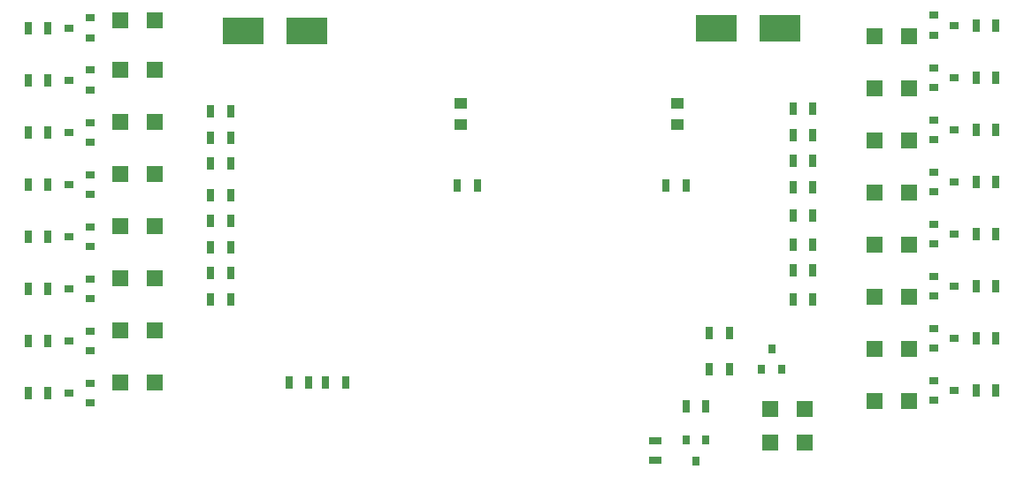
<source format=gtp>
G04 #@! TF.FileFunction,Paste,Top*
%FSLAX46Y46*%
G04 Gerber Fmt 4.6, Leading zero omitted, Abs format (unit mm)*
G04 Created by KiCad (PCBNEW 4.0.7) date 10/28/18 02:33:58*
%MOMM*%
%LPD*%
G01*
G04 APERTURE LIST*
%ADD10C,0.100000*%
%ADD11R,1.250000X1.000000*%
%ADD12R,0.700000X1.300000*%
%ADD13R,4.000000X2.500000*%
%ADD14R,1.500000X1.500000*%
%ADD15R,0.900000X0.800000*%
%ADD16R,0.800000X0.900000*%
%ADD17R,1.300000X0.700000*%
G04 APERTURE END LIST*
D10*
D11*
X158500000Y-98250000D03*
X158500000Y-100250000D03*
D12*
X145550000Y-125000000D03*
X147450000Y-125000000D03*
X143950000Y-125000000D03*
X142050000Y-125000000D03*
D13*
X143750000Y-91300000D03*
X137650000Y-91300000D03*
D11*
X179250000Y-98250000D03*
X179250000Y-100250000D03*
D13*
X182950000Y-91000000D03*
X189050000Y-91000000D03*
D12*
X180050000Y-106100000D03*
X178150000Y-106100000D03*
X192200000Y-98750000D03*
X190300000Y-98750000D03*
X192200000Y-101250000D03*
X190300000Y-101250000D03*
X192200000Y-103750000D03*
X190300000Y-103750000D03*
X160050000Y-106100000D03*
X158150000Y-106100000D03*
X192200000Y-106250000D03*
X190300000Y-106250000D03*
X209700000Y-90750000D03*
X207800000Y-90750000D03*
X209700000Y-95750000D03*
X207800000Y-95750000D03*
X209700000Y-100750000D03*
X207800000Y-100750000D03*
X209700000Y-105750000D03*
X207800000Y-105750000D03*
X192200000Y-109000000D03*
X190300000Y-109000000D03*
X192200000Y-111750000D03*
X190300000Y-111750000D03*
X192200000Y-114250000D03*
X190300000Y-114250000D03*
X192200000Y-117000000D03*
X190300000Y-117000000D03*
X209700000Y-110750000D03*
X207800000Y-110750000D03*
X209700000Y-115750000D03*
X207800000Y-115750000D03*
X209700000Y-120750000D03*
X207800000Y-120750000D03*
X209700000Y-125750000D03*
X207800000Y-125750000D03*
X134550000Y-99000000D03*
X136450000Y-99000000D03*
X134550000Y-101500000D03*
X136450000Y-101500000D03*
X134550000Y-104000000D03*
X136450000Y-104000000D03*
X134550000Y-107000000D03*
X136450000Y-107000000D03*
X117050000Y-91000000D03*
X118950000Y-91000000D03*
X117050000Y-96000000D03*
X118950000Y-96000000D03*
X117050000Y-101000000D03*
X118950000Y-101000000D03*
X117050000Y-106000000D03*
X118950000Y-106000000D03*
X134550000Y-109500000D03*
X136450000Y-109500000D03*
X134550000Y-112000000D03*
X136450000Y-112000000D03*
X134550000Y-114500000D03*
X136450000Y-114500000D03*
X134550000Y-117000000D03*
X136450000Y-117000000D03*
X117050000Y-111000000D03*
X118950000Y-111000000D03*
X117050000Y-116000000D03*
X118950000Y-116000000D03*
X117050000Y-121000000D03*
X118950000Y-121000000D03*
X117050000Y-126000000D03*
X118950000Y-126000000D03*
D14*
X201400000Y-91750000D03*
X198100000Y-91750000D03*
X201400000Y-96750000D03*
X198100000Y-96750000D03*
X201400000Y-101750000D03*
X198100000Y-101750000D03*
X201400000Y-106750000D03*
X198100000Y-106750000D03*
X201400000Y-111750000D03*
X198100000Y-111750000D03*
X201400000Y-116750000D03*
X198100000Y-116750000D03*
X201400000Y-121750000D03*
X198100000Y-121750000D03*
X201400000Y-126750000D03*
X198100000Y-126750000D03*
X125850000Y-90250000D03*
X129150000Y-90250000D03*
X125850000Y-95000000D03*
X129150000Y-95000000D03*
X125850000Y-100000000D03*
X129150000Y-100000000D03*
X125850000Y-105000000D03*
X129150000Y-105000000D03*
X125850000Y-110000000D03*
X129150000Y-110000000D03*
X125850000Y-115000000D03*
X129150000Y-115000000D03*
X125850000Y-120000000D03*
X129150000Y-120000000D03*
X125850000Y-125000000D03*
X129150000Y-125000000D03*
D15*
X203750000Y-89800000D03*
X203750000Y-91700000D03*
X205750000Y-90750000D03*
X203750000Y-94800000D03*
X203750000Y-96700000D03*
X205750000Y-95750000D03*
X203750000Y-99800000D03*
X203750000Y-101700000D03*
X205750000Y-100750000D03*
X203750000Y-104800000D03*
X203750000Y-106700000D03*
X205750000Y-105750000D03*
X203750000Y-109800000D03*
X203750000Y-111700000D03*
X205750000Y-110750000D03*
X203750000Y-114800000D03*
X203750000Y-116700000D03*
X205750000Y-115750000D03*
X203750000Y-119800000D03*
X203750000Y-121700000D03*
X205750000Y-120750000D03*
X203750000Y-124800000D03*
X203750000Y-126700000D03*
X205750000Y-125750000D03*
X123000000Y-91950000D03*
X123000000Y-90050000D03*
X121000000Y-91000000D03*
X123000000Y-106950000D03*
X123000000Y-105050000D03*
X121000000Y-106000000D03*
X123000000Y-111950000D03*
X123000000Y-110050000D03*
X121000000Y-111000000D03*
X123000000Y-116950000D03*
X123000000Y-115050000D03*
X121000000Y-116000000D03*
X123000000Y-121950000D03*
X123000000Y-120050000D03*
X121000000Y-121000000D03*
X123000000Y-126950000D03*
X123000000Y-125050000D03*
X121000000Y-126000000D03*
X123000000Y-96950000D03*
X123000000Y-95050000D03*
X121000000Y-96000000D03*
X123000000Y-101950000D03*
X123000000Y-100050000D03*
X121000000Y-101000000D03*
D14*
X188100000Y-130750000D03*
X191400000Y-130750000D03*
X188100000Y-127500000D03*
X191400000Y-127500000D03*
D16*
X181950000Y-130500000D03*
X180050000Y-130500000D03*
X181000000Y-132500000D03*
X187300000Y-123750000D03*
X189200000Y-123750000D03*
X188250000Y-121750000D03*
D12*
X181950000Y-127250000D03*
X180050000Y-127250000D03*
D17*
X177100000Y-130550000D03*
X177100000Y-132450000D03*
D12*
X184200000Y-123750000D03*
X182300000Y-123750000D03*
X182300000Y-120250000D03*
X184200000Y-120250000D03*
M02*

</source>
